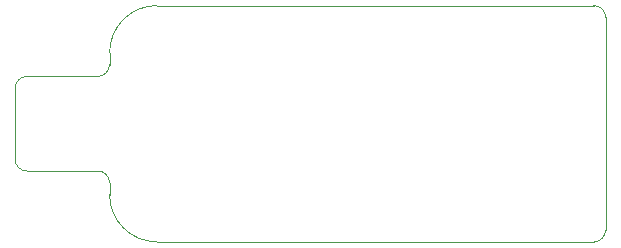
<source format=gbr>
%TF.GenerationSoftware,KiCad,Pcbnew,6.0.11+dfsg-1~bpo11+1*%
%TF.CreationDate,2024-03-27T15:19:12-04:00*%
%TF.ProjectId,Tool - ATTiny Module Flasher,546f6f6c-202d-4204-9154-54696e79204d,1.0.0*%
%TF.SameCoordinates,Original*%
%TF.FileFunction,Profile,NP*%
%FSLAX46Y46*%
G04 Gerber Fmt 4.6, Leading zero omitted, Abs format (unit mm)*
G04 Created by KiCad (PCBNEW 6.0.11+dfsg-1~bpo11+1) date 2024-03-27 15:19:12*
%MOMM*%
%LPD*%
G01*
G04 APERTURE LIST*
%TA.AperFunction,Profile*%
%ADD10C,0.050000*%
%TD*%
G04 APERTURE END LIST*
D10*
X101000000Y-104000000D02*
X107000000Y-104000000D01*
X150000000Y-91000000D02*
G75*
G03*
X149000000Y-90000000I-1000000J0D01*
G01*
X101000000Y-96000000D02*
G75*
G03*
X100000000Y-97000000I0J-1000000D01*
G01*
X101000000Y-96000000D02*
X107000000Y-96000000D01*
X107000000Y-96000000D02*
G75*
G03*
X108000000Y-95000000I0J1000000D01*
G01*
X112000000Y-90000000D02*
G75*
G03*
X108000000Y-94000000I0J-4000000D01*
G01*
X108000000Y-105000000D02*
X108000000Y-106000000D01*
X100000000Y-103000000D02*
X100000000Y-97000000D01*
X112000000Y-90000000D02*
X149000000Y-90000000D01*
X149000000Y-110000000D02*
G75*
G03*
X150000000Y-109000000I0J1000000D01*
G01*
X150000000Y-109000000D02*
X150000000Y-91000000D01*
X100000000Y-103000000D02*
G75*
G03*
X101000000Y-104000000I1000000J0D01*
G01*
X108000000Y-95000000D02*
X108000000Y-94000000D01*
X108000000Y-105000000D02*
G75*
G03*
X107000000Y-104000000I-1000000J0D01*
G01*
X108000000Y-106000000D02*
G75*
G03*
X112000000Y-110000000I4000000J0D01*
G01*
X149000000Y-110000000D02*
X112000000Y-110000000D01*
M02*

</source>
